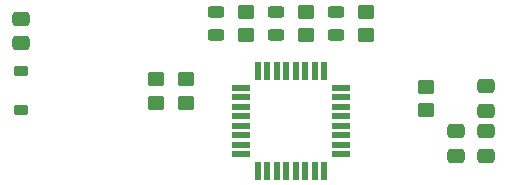
<source format=gtp>
%TF.GenerationSoftware,KiCad,Pcbnew,7.0.2-1.fc38*%
%TF.CreationDate,2023-06-01T20:35:21+02:00*%
%TF.ProjectId,laserhead-distance-sensor,6c617365-7268-4656-9164-2d6469737461,v1.0*%
%TF.SameCoordinates,Original*%
%TF.FileFunction,Paste,Top*%
%TF.FilePolarity,Positive*%
%FSLAX46Y46*%
G04 Gerber Fmt 4.6, Leading zero omitted, Abs format (unit mm)*
G04 Created by KiCad (PCBNEW 7.0.2-1.fc38) date 2023-06-01 20:35:21*
%MOMM*%
%LPD*%
G01*
G04 APERTURE LIST*
G04 Aperture macros list*
%AMRoundRect*
0 Rectangle with rounded corners*
0 $1 Rounding radius*
0 $2 $3 $4 $5 $6 $7 $8 $9 X,Y pos of 4 corners*
0 Add a 4 corners polygon primitive as box body*
4,1,4,$2,$3,$4,$5,$6,$7,$8,$9,$2,$3,0*
0 Add four circle primitives for the rounded corners*
1,1,$1+$1,$2,$3*
1,1,$1+$1,$4,$5*
1,1,$1+$1,$6,$7*
1,1,$1+$1,$8,$9*
0 Add four rect primitives between the rounded corners*
20,1,$1+$1,$2,$3,$4,$5,0*
20,1,$1+$1,$4,$5,$6,$7,0*
20,1,$1+$1,$6,$7,$8,$9,0*
20,1,$1+$1,$8,$9,$2,$3,0*%
G04 Aperture macros list end*
%ADD10RoundRect,0.250000X0.450000X-0.350000X0.450000X0.350000X-0.450000X0.350000X-0.450000X-0.350000X0*%
%ADD11RoundRect,0.250000X0.475000X-0.337500X0.475000X0.337500X-0.475000X0.337500X-0.475000X-0.337500X0*%
%ADD12RoundRect,0.243750X-0.456250X0.243750X-0.456250X-0.243750X0.456250X-0.243750X0.456250X0.243750X0*%
%ADD13RoundRect,0.225000X-0.375000X0.225000X-0.375000X-0.225000X0.375000X-0.225000X0.375000X0.225000X0*%
%ADD14RoundRect,0.250000X-0.475000X0.337500X-0.475000X-0.337500X0.475000X-0.337500X0.475000X0.337500X0*%
%ADD15R,0.550000X1.600000*%
%ADD16R,1.600000X0.550000*%
%ADD17RoundRect,0.250000X-0.450000X0.350000X-0.450000X-0.350000X0.450000X-0.350000X0.450000X0.350000X0*%
G04 APERTURE END LIST*
D10*
%TO.C,R4*%
X233712500Y-124825000D03*
X233712500Y-122825000D03*
%TD*%
D11*
%TO.C,C4*%
X204470000Y-125497500D03*
X204470000Y-123422500D03*
%TD*%
D12*
%TO.C,D2*%
X231172500Y-122887500D03*
X231172500Y-124762500D03*
%TD*%
D13*
%TO.C,D1*%
X204470000Y-127890000D03*
X204470000Y-131190000D03*
%TD*%
D14*
%TO.C,C1*%
X243872500Y-129137500D03*
X243872500Y-131212500D03*
%TD*%
D15*
%TO.C,U1*%
X224562500Y-136330000D03*
X225362500Y-136330000D03*
X226162500Y-136330000D03*
X226962500Y-136330000D03*
X227762500Y-136330000D03*
X228562500Y-136330000D03*
X229362500Y-136330000D03*
X230162500Y-136330000D03*
D16*
X231612500Y-134880000D03*
X231612500Y-134080000D03*
X231612500Y-133280000D03*
X231612500Y-132480000D03*
X231612500Y-131680000D03*
X231612500Y-130880000D03*
X231612500Y-130080000D03*
X231612500Y-129280000D03*
D15*
X230162500Y-127830000D03*
X229362500Y-127830000D03*
X228562500Y-127830000D03*
X227762500Y-127830000D03*
X226962500Y-127830000D03*
X226162500Y-127830000D03*
X225362500Y-127830000D03*
X224562500Y-127830000D03*
D16*
X223112500Y-129280000D03*
X223112500Y-130080000D03*
X223112500Y-130880000D03*
X223112500Y-131680000D03*
X223112500Y-132480000D03*
X223112500Y-133280000D03*
X223112500Y-134080000D03*
X223112500Y-134880000D03*
%TD*%
D10*
%TO.C,R6*%
X223552500Y-124825000D03*
X223552500Y-122825000D03*
%TD*%
D11*
%TO.C,C2*%
X243872500Y-135022500D03*
X243872500Y-132947500D03*
%TD*%
D17*
%TO.C,R1*%
X238792500Y-129175000D03*
X238792500Y-131175000D03*
%TD*%
D12*
%TO.C,D3*%
X226092500Y-122887500D03*
X226092500Y-124762500D03*
%TD*%
D10*
%TO.C,R5*%
X228632500Y-124825000D03*
X228632500Y-122825000D03*
%TD*%
D12*
%TO.C,D4*%
X221012500Y-122887500D03*
X221012500Y-124762500D03*
%TD*%
D17*
%TO.C,R3*%
X218472500Y-128540000D03*
X218472500Y-130540000D03*
%TD*%
%TO.C,R2*%
X215932500Y-128540000D03*
X215932500Y-130540000D03*
%TD*%
D11*
%TO.C,C3*%
X241332500Y-135022500D03*
X241332500Y-132947500D03*
%TD*%
M02*

</source>
